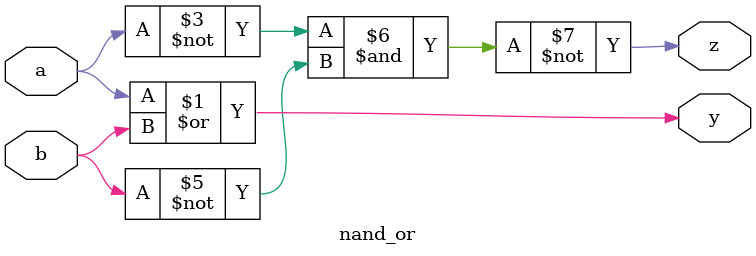
<source format=v>
module nand_or(a,b,y,z);
input a,b;
output y,z;

assign y=a|b;
assign z=(a~&a)~&(b~&b);

initial
begin
	$display("This OR using NAND");
end
endmodule

</source>
